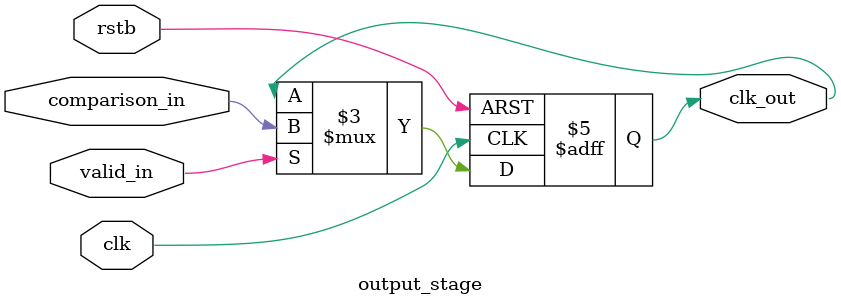
<source format=sv>
module duty_cycle_clk #(
    parameter HIGH_CYCLE = 2,
    parameter TOTAL_CYCLE = 4
)(
    input  wire clk,
    input  wire rstb,
    output wire clk_out
);
    // Internal connections
    wire valid_s1_to_s2;
    wire [7:0] counter_s1_to_s2;
    wire valid_s2_to_s3;
    wire comparison_result_to_s3;

    // Instantiate counter management module (Stage 1)
    counter_stage #(
        .TOTAL_CYCLE(TOTAL_CYCLE)
    ) counter_inst (
        .clk              (clk),
        .rstb             (rstb),
        .counter_out      (counter_s1_to_s2),
        .valid_out        (valid_s1_to_s2)
    );

    // Instantiate comparison module (Stage 2)
    comparison_stage #(
        .HIGH_CYCLE(HIGH_CYCLE)
    ) comparator_inst (
        .clk              (clk),
        .rstb             (rstb),
        .counter_in       (counter_s1_to_s2),
        .valid_in         (valid_s1_to_s2),
        .comparison_out   (comparison_result_to_s3),
        .valid_out        (valid_s2_to_s3)
    );

    // Instantiate output stage module (Stage 3)
    output_stage output_inst (
        .clk              (clk),
        .rstb             (rstb),
        .comparison_in    (comparison_result_to_s3),
        .valid_in         (valid_s2_to_s3),
        .clk_out          (clk_out)
    );
endmodule

// Stage 1: Counter management module
module counter_stage #(
    parameter TOTAL_CYCLE = 4
)(
    input  wire clk,
    input  wire rstb,
    output reg  [7:0] counter_out,
    output reg  valid_out
);
    reg [7:0] next_counter;
    
    // Calculate next counter value
    always @(*) begin
        if (counter_out >= TOTAL_CYCLE - 1)
            next_counter = 8'd0;
        else
            next_counter = counter_out + 1'b1;
    end
    
    // Counter and valid registers
    always @(posedge clk or negedge rstb) begin
        if (!rstb) begin
            counter_out <= 8'd0;
            valid_out <= 1'b0;
        end else begin
            counter_out <= next_counter;
            valid_out <= 1'b1;
        end
    end
endmodule

// Stage 2: Comparison logic module
module comparison_stage #(
    parameter HIGH_CYCLE = 2
)(
    input  wire clk,
    input  wire rstb,
    input  wire [7:0] counter_in,
    input  wire valid_in,
    output reg  comparison_out,
    output reg  valid_out
);
    reg [7:0] counter_stage2;
    
    // Pipeline stage 2 registers
    always @(posedge clk or negedge rstb) begin
        if (!rstb) begin
            counter_stage2 <= 8'd0;
            valid_out <= 1'b0;
            comparison_out <= 1'b0;
        end else begin
            counter_stage2 <= counter_in;
            valid_out <= valid_in;
            comparison_out <= (counter_in < HIGH_CYCLE) ? 1'b1 : 1'b0;
        end
    end
endmodule

// Stage 3: Output generation module
module output_stage (
    input  wire clk,
    input  wire rstb,
    input  wire comparison_in,
    input  wire valid_in,
    output reg  clk_out
);
    // Output register
    always @(posedge clk or negedge rstb) begin
        if (!rstb) begin
            clk_out <= 1'b0;
        end else if (valid_in) begin
            clk_out <= comparison_in;
        end
    end
endmodule
</source>
